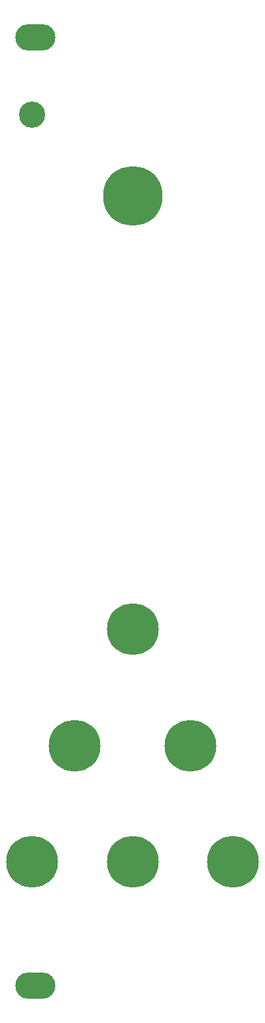
<source format=gts>
G04 #@! TF.GenerationSoftware,KiCad,Pcbnew,(5.0.0-rc2)*
G04 #@! TF.CreationDate,2020-07-08T18:56:34+03:00*
G04 #@! TF.ProjectId,MODPNL2,4D4F44504E4C322E6B696361645F7063,rev?*
G04 #@! TF.SameCoordinates,PX2593240PY82a7440*
G04 #@! TF.FileFunction,Soldermask,Top*
G04 #@! TF.FilePolarity,Negative*
%FSLAX46Y46*%
G04 Gerber Fmt 4.6, Leading zero omitted, Abs format (unit mm)*
G04 Created by KiCad (PCBNEW (5.0.0-rc2)) date Wed Jul  8 18:56:34 2020*
%MOMM*%
%LPD*%
G01*
G04 APERTURE LIST*
%ADD10C,7.700000*%
%ADD11O,5.200000X3.400000*%
%ADD12C,3.400000*%
%ADD13C,6.700000*%
G04 APERTURE END LIST*
D10*
G04 #@! TO.C,Ref\002A\002A*
X20100000Y105000000D03*
G04 #@! TD*
D11*
G04 #@! TO.C,X*
X7500000Y3000000D03*
G04 #@! TD*
G04 #@! TO.C,X*
X7500000Y125500000D03*
G04 #@! TD*
D12*
G04 #@! TO.C,Ref\002A\002A*
X7100000Y115500000D03*
G04 #@! TD*
D13*
G04 #@! TO.C,Ref\002A\002A*
X20100000Y49000000D03*
G04 #@! TD*
G04 #@! TO.C,Ref\002A\002A*
X12600000Y34000000D03*
G04 #@! TD*
G04 #@! TO.C,Ref\002A\002A*
X27600000Y34000000D03*
G04 #@! TD*
G04 #@! TO.C,Ref\002A\002A*
X7100000Y19000000D03*
G04 #@! TD*
G04 #@! TO.C,Ref\002A\002A*
X20100000Y19000000D03*
G04 #@! TD*
G04 #@! TO.C,Ref\002A\002A*
X33100000Y19000000D03*
G04 #@! TD*
M02*

</source>
